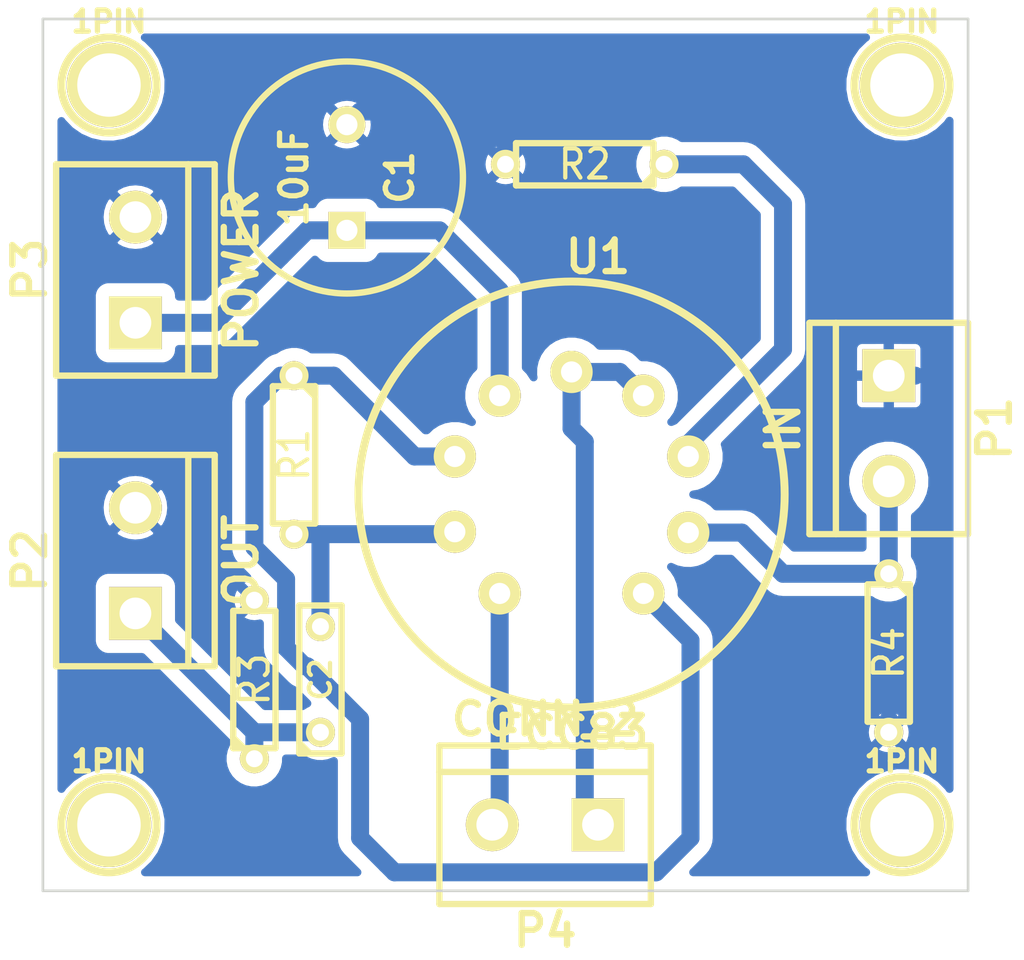
<source format=kicad_pcb>
(kicad_pcb (version 4) (host pcbnew "(2014-07-02 BZR 4969)-product")

  (general
    (links 20)
    (no_connects 0)
    (area 123.761499 90.741499 168.338501 132.778501)
    (thickness 1.6002)
    (drawings 4)
    (tracks 57)
    (zones 0)
    (modules 15)
    (nets 10)
  )

  (page A4)
  (layers
    (0 Composant signal)
    (31 Cuivre signal)
    (34 B.Paste user)
    (35 F.Paste user)
    (36 B.SilkS user)
    (37 F.SilkS user)
    (38 B.Mask user)
    (39 F.Mask user)
    (40 Dwgs.User user)
    (41 Cmts.User user)
    (42 Eco1.User user)
    (43 Eco2.User user)
    (44 Edge.Cuts user)
  )

  (setup
    (last_trace_width 0.8636)
    (trace_clearance 0.381)
    (zone_clearance 0.635)
    (zone_45_only no)
    (trace_min 0.254)
    (segment_width 0.381)
    (edge_width 0.381)
    (via_size 0.889)
    (via_drill 0.635)
    (via_min_size 0.889)
    (via_min_drill 0.508)
    (uvia_size 0.508)
    (uvia_drill 0.127)
    (uvias_allowed no)
    (uvia_min_size 0.508)
    (uvia_min_drill 0.127)
    (pcb_text_width 0.3048)
    (pcb_text_size 1.524 2.032)
    (mod_edge_width 0.381)
    (mod_text_size 1.524 1.524)
    (mod_text_width 0.3048)
    (pad_size 2.794 1.397)
    (pad_drill 1.9304)
    (pad_to_mask_clearance 0.254)
    (aux_axis_origin 0 0)
    (visible_elements 7FFFFFFF)
    (pcbplotparams
      (layerselection 0x000f0_80000001)
      (usegerberextensions false)
      (usegerberattributes true)
      (excludeedgelayer true)
      (linewidth 0.150000)
      (plotframeref false)
      (viasonmask false)
      (mode 1)
      (useauxorigin false)
      (hpglpennumber 1)
      (hpglpenspeed 20)
      (hpglpendiameter 15)
      (hpglpenoverlay 2)
      (psnegative false)
      (psa4output false)
      (plotreference true)
      (plotvalue true)
      (plotinvisibletext false)
      (padsonsilk false)
      (subtractmaskfromsilk false)
      (outputformat 1)
      (mirror false)
      (drillshape 0)
      (scaleselection 1)
      (outputdirectory ""))
  )

  (net 0 "")
  (net 1 GND)
  (net 2 "Net-(C1-Pad1)")
  (net 3 "Net-(C2-Pad1)")
  (net 4 "Net-(C2-Pad2)")
  (net 5 "Net-(P1-Pad2)")
  (net 6 "Net-(P4-Pad1)")
  (net 7 "Net-(P4-Pad2)")
  (net 8 "Net-(R1-Pad1)")
  (net 9 "Net-(R2-Pad1)")

  (net_class Default "Ceci est la Netclass par défaut"
    (clearance 0.381)
    (trace_width 0.8636)
    (via_dia 0.889)
    (via_drill 0.635)
    (uvia_dia 0.508)
    (uvia_drill 0.127)
    (add_net GND)
    (add_net N-000007)
    (add_net "Net-(C1-Pad1)")
    (add_net "Net-(C2-Pad1)")
    (add_net "Net-(C2-Pad2)")
    (add_net "Net-(P1-Pad2)")
    (add_net "Net-(P4-Pad1)")
    (add_net "Net-(P4-Pad2)")
    (add_net "Net-(R1-Pad1)")
    (add_net "Net-(R2-Pad1)")
  )

  (module 1pin (layer Composant) (tedit 200000) (tstamp 454CC09B)
    (at 127 129.54)
    (descr "module 1 pin (ou trou mecanique de percage)")
    (tags DEV)
    (path 1pin)
    (fp_text reference 1PIN (at 0 -3.048) (layer F.SilkS)
      (effects (font (size 1.016 1.016) (thickness 0.254)))
    )
    (fp_text value P*** (at 0 2.794) (layer F.SilkS) hide
      (effects (font (size 1.016 1.016) (thickness 0.254)))
    )
    (fp_circle (center 0 0) (end 0 -2.286) (layer F.SilkS) (width 0.381))
    (pad 1 thru_hole circle (at 0 0) (size 4.064 4.064) (drill 3.048) (layers *.Cu *.Mask F.SilkS))
  )

  (module 1pin (layer Composant) (tedit 200000) (tstamp 454CC096)
    (at 165.1 129.54)
    (descr "module 1 pin (ou trou mecanique de percage)")
    (tags DEV)
    (path 1pin)
    (fp_text reference 1PIN (at 0 -3.048) (layer F.SilkS)
      (effects (font (size 1.016 1.016) (thickness 0.254)))
    )
    (fp_text value P*** (at 0 2.794) (layer F.SilkS) hide
      (effects (font (size 1.016 1.016) (thickness 0.254)))
    )
    (fp_circle (center 0 0) (end 0 -2.286) (layer F.SilkS) (width 0.381))
    (pad 1 thru_hole circle (at 0 0) (size 4.064 4.064) (drill 3.048) (layers *.Cu *.Mask F.SilkS))
  )

  (module 1pin (layer Composant) (tedit 200000) (tstamp 454CC090)
    (at 165.1 93.98)
    (descr "module 1 pin (ou trou mecanique de percage)")
    (tags DEV)
    (path 1pin)
    (fp_text reference 1PIN (at 0 -3.048) (layer F.SilkS)
      (effects (font (size 1.016 1.016) (thickness 0.254)))
    )
    (fp_text value P*** (at 0 2.794) (layer F.SilkS) hide
      (effects (font (size 1.016 1.016) (thickness 0.254)))
    )
    (fp_circle (center 0 0) (end 0 -2.286) (layer F.SilkS) (width 0.381))
    (pad 1 thru_hole circle (at 0 0) (size 4.064 4.064) (drill 3.048) (layers *.Cu *.Mask F.SilkS))
  )

  (module 1pin (layer Composant) (tedit 200000) (tstamp 454CC08A)
    (at 127 93.98)
    (descr "module 1 pin (ou trou mecanique de percage)")
    (tags DEV)
    (path 1pin)
    (fp_text reference 1PIN (at 0 -3.048) (layer F.SilkS)
      (effects (font (size 1.016 1.016) (thickness 0.254)))
    )
    (fp_text value P*** (at 0 2.794) (layer F.SilkS) hide
      (effects (font (size 1.016 1.016) (thickness 0.254)))
    )
    (fp_circle (center 0 0) (end 0 -2.286) (layer F.SilkS) (width 0.381))
    (pad 1 thru_hole circle (at 0 0) (size 4.064 4.064) (drill 3.048) (layers *.Cu *.Mask F.SilkS))
  )

  (module ECC-83-1 (layer Composant) (tedit 454CBC05) (tstamp 48B4F266)
    (at 149.225 113.665)
    (path /48B4F266)
    (fp_text reference U1 (at 1.27 -11.43) (layer F.SilkS)
      (effects (font (thickness 0.3048)))
    )
    (fp_text value ECC83 (at 0 11.43) (layer F.SilkS)
      (effects (font (thickness 0.3048)))
    )
    (fp_circle (center 0 0) (end 10.16 1.27) (layer F.SilkS) (width 0.381))
    (pad 1 thru_hole circle (at 3.4544 4.75488) (size 2.032 2.032) (drill 1.016) (layers *.Cu *.Mask F.SilkS)
      (net 8 "Net-(R1-Pad1)"))
    (pad 2 thru_hole circle (at 5.60832 1.8288) (size 2.032 2.032) (drill 1.016) (layers *.Cu *.Mask F.SilkS)
      (net 5 "Net-(P1-Pad2)"))
    (pad 3 thru_hole circle (at 5.60832 -1.8288) (size 2.032 2.032) (drill 1.016) (layers *.Cu *.Mask F.SilkS)
      (net 9 "Net-(R2-Pad1)"))
    (pad 4 thru_hole circle (at 3.4544 -4.75488) (size 2.032 2.032) (drill 1.016) (layers *.Cu *.Mask F.SilkS)
      (net 6 "Net-(P4-Pad1)"))
    (pad 5 thru_hole circle (at 0 -5.8928) (size 2.032 2.032) (drill 1.016) (layers *.Cu *.Mask F.SilkS)
      (net 6 "Net-(P4-Pad1)"))
    (pad 6 thru_hole circle (at -3.4544 -4.75488) (size 2.032 2.032) (drill 1.016) (layers *.Cu *.Mask F.SilkS)
      (net 2 "Net-(C1-Pad1)"))
    (pad 7 thru_hole circle (at -5.60832 -1.8288) (size 2.032 2.032) (drill 1.016) (layers *.Cu *.Mask F.SilkS)
      (net 8 "Net-(R1-Pad1)"))
    (pad 8 thru_hole circle (at -5.60832 1.78816) (size 2.032 2.032) (drill 1.016) (layers *.Cu *.Mask F.SilkS)
      (net 4 "Net-(C2-Pad2)"))
    (pad 9 thru_hole circle (at -3.4544 4.75488) (size 2.032 2.032) (drill 1.016) (layers *.Cu *.Mask F.SilkS)
      (net 7 "Net-(P4-Pad2)"))
    (model valves/ecc83.wrl
      (at (xyz 0 0 0))
      (scale (xyz 1 1 1))
      (rotate (xyz 0 0 0))
    )
  )

  (module R3 (layer Composant) (tedit 200000) (tstamp 4549F39D)
    (at 149.86 97.79 180)
    (descr "Resitance 3 pas")
    (tags R)
    (path /4549F39D)
    (autoplace_cost180 10)
    (fp_text reference R2 (at 0 0 180) (layer F.SilkS)
      (effects (font (size 1.397 1.27) (thickness 0.2032)))
    )
    (fp_text value 1.5K (at 0 0 180) (layer F.SilkS) hide
      (effects (font (size 1.397 1.27) (thickness 0.2032)))
    )
    (fp_line (start -3.81 0) (end -3.302 0) (layer F.SilkS) (width 0.3048))
    (fp_line (start 3.81 0) (end 3.302 0) (layer F.SilkS) (width 0.3048))
    (fp_line (start 3.302 0) (end 3.302 -1.016) (layer F.SilkS) (width 0.3048))
    (fp_line (start 3.302 -1.016) (end -3.302 -1.016) (layer F.SilkS) (width 0.3048))
    (fp_line (start -3.302 -1.016) (end -3.302 1.016) (layer F.SilkS) (width 0.3048))
    (fp_line (start -3.302 1.016) (end 3.302 1.016) (layer F.SilkS) (width 0.3048))
    (fp_line (start 3.302 1.016) (end 3.302 0) (layer F.SilkS) (width 0.3048))
    (fp_line (start -3.302 -0.508) (end -2.794 -1.016) (layer F.SilkS) (width 0.3048))
    (pad 1 thru_hole circle (at -3.81 0 180) (size 1.397 1.397) (drill 0.8128) (layers *.Cu *.Mask F.SilkS)
      (net 9 "Net-(R2-Pad1)"))
    (pad 2 thru_hole circle (at 3.81 0 180) (size 1.397 1.397) (drill 0.8128) (layers *.Cu *.Mask F.SilkS)
      (net 1 GND))
    (model discret/resistor.wrl
      (at (xyz 0 0 0))
      (scale (xyz 0.3 0.3 0.3))
      (rotate (xyz 0 0 0))
    )
  )

  (module R3 (layer Composant) (tedit 200000) (tstamp 4549F3A2)
    (at 164.465 121.285 270)
    (descr "Resitance 3 pas")
    (tags R)
    (path /4549F3A2)
    (autoplace_cost180 10)
    (fp_text reference R4 (at 0 0 270) (layer F.SilkS)
      (effects (font (size 1.397 1.27) (thickness 0.2032)))
    )
    (fp_text value 47K (at 0 0 270) (layer F.SilkS) hide
      (effects (font (size 1.397 1.27) (thickness 0.2032)))
    )
    (fp_line (start -3.81 0) (end -3.302 0) (layer F.SilkS) (width 0.3048))
    (fp_line (start 3.81 0) (end 3.302 0) (layer F.SilkS) (width 0.3048))
    (fp_line (start 3.302 0) (end 3.302 -1.016) (layer F.SilkS) (width 0.3048))
    (fp_line (start 3.302 -1.016) (end -3.302 -1.016) (layer F.SilkS) (width 0.3048))
    (fp_line (start -3.302 -1.016) (end -3.302 1.016) (layer F.SilkS) (width 0.3048))
    (fp_line (start -3.302 1.016) (end 3.302 1.016) (layer F.SilkS) (width 0.3048))
    (fp_line (start 3.302 1.016) (end 3.302 0) (layer F.SilkS) (width 0.3048))
    (fp_line (start -3.302 -0.508) (end -2.794 -1.016) (layer F.SilkS) (width 0.3048))
    (pad 1 thru_hole circle (at -3.81 0 270) (size 1.397 1.397) (drill 0.8128) (layers *.Cu *.Mask F.SilkS)
      (net 5 "Net-(P1-Pad2)"))
    (pad 2 thru_hole circle (at 3.81 0 270) (size 1.397 1.397) (drill 0.8128) (layers *.Cu *.Mask F.SilkS)
      (net 1 GND))
    (model discret/resistor.wrl
      (at (xyz 0 0 0))
      (scale (xyz 0.3 0.3 0.3))
      (rotate (xyz 0 0 0))
    )
  )

  (module R3 (layer Composant) (tedit 200000) (tstamp 4549F3AD)
    (at 133.985 122.555 90)
    (descr "Resitance 3 pas")
    (tags R)
    (path /4549F3AD)
    (autoplace_cost180 10)
    (fp_text reference R3 (at 0 0 90) (layer F.SilkS)
      (effects (font (size 1.397 1.27) (thickness 0.2032)))
    )
    (fp_text value 100K (at 0 0 90) (layer F.SilkS) hide
      (effects (font (size 1.397 1.27) (thickness 0.2032)))
    )
    (fp_line (start -3.81 0) (end -3.302 0) (layer F.SilkS) (width 0.3048))
    (fp_line (start 3.81 0) (end 3.302 0) (layer F.SilkS) (width 0.3048))
    (fp_line (start 3.302 0) (end 3.302 -1.016) (layer F.SilkS) (width 0.3048))
    (fp_line (start 3.302 -1.016) (end -3.302 -1.016) (layer F.SilkS) (width 0.3048))
    (fp_line (start -3.302 -1.016) (end -3.302 1.016) (layer F.SilkS) (width 0.3048))
    (fp_line (start -3.302 1.016) (end 3.302 1.016) (layer F.SilkS) (width 0.3048))
    (fp_line (start 3.302 1.016) (end 3.302 0) (layer F.SilkS) (width 0.3048))
    (fp_line (start -3.302 -0.508) (end -2.794 -1.016) (layer F.SilkS) (width 0.3048))
    (pad 1 thru_hole circle (at -3.81 0 90) (size 1.397 1.397) (drill 0.8128) (layers *.Cu *.Mask F.SilkS)
      (net 3 "Net-(C2-Pad1)"))
    (pad 2 thru_hole circle (at 3.81 0 90) (size 1.397 1.397) (drill 0.8128) (layers *.Cu *.Mask F.SilkS)
      (net 1 GND))
    (model discret/resistor.wrl
      (at (xyz 0 0 0))
      (scale (xyz 0.3 0.3 0.3))
      (rotate (xyz 0 0 0))
    )
  )

  (module R3 (layer Composant) (tedit 200000) (tstamp 4549F38A)
    (at 135.89 111.76 270)
    (descr "Resitance 3 pas")
    (tags R)
    (path /4549F38A)
    (autoplace_cost180 10)
    (fp_text reference R1 (at 0 0 270) (layer F.SilkS)
      (effects (font (size 1.397 1.27) (thickness 0.2032)))
    )
    (fp_text value 1.5K (at 0 0 270) (layer F.SilkS) hide
      (effects (font (size 1.397 1.27) (thickness 0.2032)))
    )
    (fp_line (start -3.81 0) (end -3.302 0) (layer F.SilkS) (width 0.3048))
    (fp_line (start 3.81 0) (end 3.302 0) (layer F.SilkS) (width 0.3048))
    (fp_line (start 3.302 0) (end 3.302 -1.016) (layer F.SilkS) (width 0.3048))
    (fp_line (start 3.302 -1.016) (end -3.302 -1.016) (layer F.SilkS) (width 0.3048))
    (fp_line (start -3.302 -1.016) (end -3.302 1.016) (layer F.SilkS) (width 0.3048))
    (fp_line (start -3.302 1.016) (end 3.302 1.016) (layer F.SilkS) (width 0.3048))
    (fp_line (start 3.302 1.016) (end 3.302 0) (layer F.SilkS) (width 0.3048))
    (fp_line (start -3.302 -0.508) (end -2.794 -1.016) (layer F.SilkS) (width 0.3048))
    (pad 1 thru_hole circle (at -3.81 0 270) (size 1.397 1.397) (drill 0.8128) (layers *.Cu *.Mask F.SilkS)
      (net 8 "Net-(R1-Pad1)"))
    (pad 2 thru_hole circle (at 3.81 0 270) (size 1.397 1.397) (drill 0.8128) (layers *.Cu *.Mask F.SilkS)
      (net 4 "Net-(C2-Pad2)"))
    (model discret/resistor.wrl
      (at (xyz 0 0 0))
      (scale (xyz 0.3 0.3 0.3))
      (rotate (xyz 0 0 0))
    )
  )

  (module C2V10 (layer Composant) (tedit 41854742) (tstamp 4549F4BE)
    (at 138.43 98.425 90)
    (descr "Condensateur polarise")
    (tags CP)
    (path /4549F4BE)
    (fp_text reference C1 (at 0 2.54 90) (layer F.SilkS)
      (effects (font (size 1.27 1.27) (thickness 0.254)))
    )
    (fp_text value 10uF (at 0 -2.54 90) (layer F.SilkS)
      (effects (font (size 1.27 1.27) (thickness 0.254)))
    )
    (fp_circle (center 0 0) (end 4.826 -2.794) (layer F.SilkS) (width 0.3048))
    (pad 1 thru_hole rect (at -2.54 0 90) (size 1.778 1.778) (drill 1.016) (layers *.Cu *.Mask F.SilkS)
      (net 2 "Net-(C1-Pad1)"))
    (pad 2 thru_hole circle (at 2.54 0 90) (size 1.778 1.778) (drill 1.016) (layers *.Cu *.Mask F.SilkS)
      (net 1 GND))
    (model discret/c_vert_c2v10.wrl
      (at (xyz 0 0 0))
      (scale (xyz 1 1 1))
      (rotate (xyz 0 0 0))
    )
  )

  (module C2 (layer Composant) (tedit 200000) (tstamp 4549F3BE)
    (at 137.16 122.555 90)
    (descr "Condensateur = 2 pas")
    (tags C)
    (path /4549F3BE)
    (fp_text reference C2 (at 0 0 90) (layer F.SilkS)
      (effects (font (size 1.016 1.016) (thickness 0.2032)))
    )
    (fp_text value 680nF (at 0 0 90) (layer F.SilkS) hide
      (effects (font (size 1.016 1.016) (thickness 0.2032)))
    )
    (fp_line (start -3.556 -1.016) (end 3.556 -1.016) (layer F.SilkS) (width 0.3048))
    (fp_line (start 3.556 -1.016) (end 3.556 1.016) (layer F.SilkS) (width 0.3048))
    (fp_line (start 3.556 1.016) (end -3.556 1.016) (layer F.SilkS) (width 0.3048))
    (fp_line (start -3.556 1.016) (end -3.556 -1.016) (layer F.SilkS) (width 0.3048))
    (fp_line (start -3.556 -0.508) (end -3.048 -1.016) (layer F.SilkS) (width 0.3048))
    (pad 1 thru_hole circle (at -2.54 0 90) (size 1.397 1.397) (drill 0.8128) (layers *.Cu *.Mask F.SilkS)
      (net 3 "Net-(C2-Pad1)"))
    (pad 2 thru_hole circle (at 2.54 0 90) (size 1.397 1.397) (drill 0.8128) (layers *.Cu *.Mask F.SilkS)
      (net 4 "Net-(C2-Pad2)"))
    (model discret/capa_2pas_5x5mm.wrl
      (at (xyz 0 0 0))
      (scale (xyz 1 1 1))
      (rotate (xyz 0 0 0))
    )
  )

  (module bornier2 (layer Composant) (tedit 3EC0ED69) (tstamp 4549F4A5)
    (at 128.27 102.87 90)
    (descr "Bornier d'alimentation 2 pins")
    (tags DEV)
    (path /4549F4A5)
    (fp_text reference P3 (at 0 -5.08 90) (layer F.SilkS)
      (effects (font (thickness 0.3048)))
    )
    (fp_text value POWER (at 0 5.08 90) (layer F.SilkS)
      (effects (font (thickness 0.3048)))
    )
    (fp_line (start 5.08 2.54) (end -5.08 2.54) (layer F.SilkS) (width 0.3048))
    (fp_line (start 5.08 3.81) (end 5.08 -3.81) (layer F.SilkS) (width 0.3048))
    (fp_line (start 5.08 -3.81) (end -5.08 -3.81) (layer F.SilkS) (width 0.3048))
    (fp_line (start -5.08 -3.81) (end -5.08 3.81) (layer F.SilkS) (width 0.3048))
    (fp_line (start -5.08 3.81) (end 5.08 3.81) (layer F.SilkS) (width 0.3048))
    (pad 1 thru_hole rect (at -2.54 0 90) (size 2.54 2.54) (drill 1.524) (layers *.Cu *.Mask F.SilkS)
      (net 2 "Net-(C1-Pad1)"))
    (pad 2 thru_hole circle (at 2.54 0 90) (size 2.54 2.54) (drill 1.524) (layers *.Cu *.Mask F.SilkS)
      (net 1 GND))
    (model device/bornier_2.wrl
      (at (xyz 0 0 0))
      (scale (xyz 1 1 1))
      (rotate (xyz 0 0 0))
    )
  )

  (module bornier2 (layer Composant) (tedit 3EC0ED69) (tstamp 4549F464)
    (at 164.465 110.49 270)
    (descr "Bornier d'alimentation 2 pins")
    (tags DEV)
    (path /4549F464)
    (fp_text reference P1 (at 0 -5.08 270) (layer F.SilkS)
      (effects (font (thickness 0.3048)))
    )
    (fp_text value IN (at 0 5.08 270) (layer F.SilkS)
      (effects (font (thickness 0.3048)))
    )
    (fp_line (start 5.08 2.54) (end -5.08 2.54) (layer F.SilkS) (width 0.3048))
    (fp_line (start 5.08 3.81) (end 5.08 -3.81) (layer F.SilkS) (width 0.3048))
    (fp_line (start 5.08 -3.81) (end -5.08 -3.81) (layer F.SilkS) (width 0.3048))
    (fp_line (start -5.08 -3.81) (end -5.08 3.81) (layer F.SilkS) (width 0.3048))
    (fp_line (start -5.08 3.81) (end 5.08 3.81) (layer F.SilkS) (width 0.3048))
    (pad 1 thru_hole rect (at -2.54 0 270) (size 2.54 2.54) (drill 1.524) (layers *.Cu *.Mask F.SilkS)
      (net 1 GND))
    (pad 2 thru_hole circle (at 2.54 0 270) (size 2.54 2.54) (drill 1.524) (layers *.Cu *.Mask F.SilkS)
      (net 5 "Net-(P1-Pad2)"))
    (model device/bornier_2.wrl
      (at (xyz 0 0 0))
      (scale (xyz 1 1 1))
      (rotate (xyz 0 0 0))
    )
  )

  (module bornier2 (layer Composant) (tedit 3EC0ED69) (tstamp 4549F46C)
    (at 128.27 116.84 90)
    (descr "Bornier d'alimentation 2 pins")
    (tags DEV)
    (path /4549F46C)
    (fp_text reference P2 (at 0 -5.08 90) (layer F.SilkS)
      (effects (font (thickness 0.3048)))
    )
    (fp_text value OUT (at 0 5.08 90) (layer F.SilkS)
      (effects (font (thickness 0.3048)))
    )
    (fp_line (start 5.08 2.54) (end -5.08 2.54) (layer F.SilkS) (width 0.3048))
    (fp_line (start 5.08 3.81) (end 5.08 -3.81) (layer F.SilkS) (width 0.3048))
    (fp_line (start 5.08 -3.81) (end -5.08 -3.81) (layer F.SilkS) (width 0.3048))
    (fp_line (start -5.08 -3.81) (end -5.08 3.81) (layer F.SilkS) (width 0.3048))
    (fp_line (start -5.08 3.81) (end 5.08 3.81) (layer F.SilkS) (width 0.3048))
    (pad 1 thru_hole rect (at -2.54 0 90) (size 2.54 2.54) (drill 1.524) (layers *.Cu *.Mask F.SilkS)
      (net 3 "Net-(C2-Pad1)"))
    (pad 2 thru_hole circle (at 2.54 0 90) (size 2.54 2.54) (drill 1.524) (layers *.Cu *.Mask F.SilkS)
      (net 1 GND))
    (model device/bornier_2.wrl
      (at (xyz 0 0 0))
      (scale (xyz 1 1 1))
      (rotate (xyz 0 0 0))
    )
  )

  (module bornier2 (layer Composant) (tedit 3EC0ED69) (tstamp 456A8ACC)
    (at 147.955 129.54 180)
    (descr "Bornier d'alimentation 2 pins")
    (tags DEV)
    (path /456A8ACC)
    (fp_text reference P4 (at 0 -5.08 180) (layer F.SilkS)
      (effects (font (thickness 0.3048)))
    )
    (fp_text value CONN_2 (at 0 5.08 180) (layer F.SilkS)
      (effects (font (thickness 0.3048)))
    )
    (fp_line (start 5.08 2.54) (end -5.08 2.54) (layer F.SilkS) (width 0.3048))
    (fp_line (start 5.08 3.81) (end 5.08 -3.81) (layer F.SilkS) (width 0.3048))
    (fp_line (start 5.08 -3.81) (end -5.08 -3.81) (layer F.SilkS) (width 0.3048))
    (fp_line (start -5.08 -3.81) (end -5.08 3.81) (layer F.SilkS) (width 0.3048))
    (fp_line (start -5.08 3.81) (end 5.08 3.81) (layer F.SilkS) (width 0.3048))
    (pad 1 thru_hole rect (at -2.54 0 180) (size 2.54 2.54) (drill 1.524) (layers *.Cu *.Mask F.SilkS)
      (net 6 "Net-(P4-Pad1)"))
    (pad 2 thru_hole circle (at 2.54 0 180) (size 2.54 2.54) (drill 1.524) (layers *.Cu *.Mask F.SilkS)
      (net 7 "Net-(P4-Pad2)"))
    (model device/bornier_2.wrl
      (at (xyz 0 0 0))
      (scale (xyz 1 1 1))
      (rotate (xyz 0 0 0))
    )
  )

  (gr_line (start 123.825 132.715) (end 168.275 132.715) (angle 90) (layer Edge.Cuts) (width 0.127))
  (gr_line (start 168.275 90.805) (end 123.825 90.805) (angle 90) (layer Edge.Cuts) (width 0.127))
  (gr_line (start 168.275 90.805) (end 168.275 132.715) (angle 90) (layer Edge.Cuts) (width 0.127))
  (gr_line (start 123.825 90.805) (end 123.825 132.715) (angle 90) (layer Edge.Cuts) (width 0.127))

  (segment (start 142.24 95.25) (end 146.05 95.25) (width 0.8636) (layer Cuivre) (net 1))
  (segment (start 164.465 125.095) (end 164.465 124.46) (width 0.8636) (layer Cuivre) (net 1) (status 800))
  (segment (start 146.05 97.79) (end 146.05 95.25) (width 0.8636) (layer Cuivre) (net 1))
  (segment (start 139.065 95.25) (end 142.24 95.25) (width 0.8636) (layer Cuivre) (net 1))
  (segment (start 138.43 95.885) (end 139.065 95.25) (width 0.8636) (layer Cuivre) (net 1) (status 800))
  (segment (start 164.465 107.95) (end 165.735 107.95) (width 0.8636) (layer Cuivre) (net 1) (status 800))
  (segment (start 136.525 100.965) (end 135.255 102.235) (width 0.8636) (layer Cuivre) (net 2))
  (segment (start 138.43 100.965) (end 136.525 100.965) (width 0.8636) (layer Cuivre) (net 2) (status 800))
  (segment (start 145.7706 103.8606) (end 142.875 100.965) (width 0.8636) (layer Cuivre) (net 2))
  (segment (start 142.875 100.965) (end 138.43 100.965) (width 0.8636) (layer Cuivre) (net 2) (status 400))
  (segment (start 145.7706 108.91012) (end 145.7706 103.8606) (width 0.8636) (layer Cuivre) (net 2) (status 800))
  (segment (start 132.08 105.41) (end 135.255 102.235) (width 0.8636) (layer Cuivre) (net 2))
  (segment (start 128.27 105.41) (end 132.08 105.41) (width 0.8636) (layer Cuivre) (net 2) (status 800))
  (segment (start 137.16 125.095) (end 133.985 125.095) (width 0.8636) (layer Cuivre) (net 3))
  (segment (start 133.985 126.365) (end 133.985 125.095) (width 0.8636) (layer Cuivre) (net 3))
  (segment (start 133.985 125.095) (end 128.27 119.38) (width 0.8636) (layer Cuivre) (net 3))
  (segment (start 137.16 120.015) (end 137.16 115.57) (width 0.8636) (layer Cuivre) (net 4))
  (segment (start 135.89 115.57) (end 137.16 115.57) (width 0.8636) (layer Cuivre) (net 4))
  (segment (start 137.16 115.57) (end 143.49984 115.57) (width 0.8636) (layer Cuivre) (net 4))
  (segment (start 143.49984 115.57) (end 143.61668 115.45316) (width 0.8636) (layer Cuivre) (net 4))
  (segment (start 159.385 117.475) (end 164.465 117.475) (width 0.8636) (layer Cuivre) (net 5) (status 400))
  (segment (start 154.83332 115.4938) (end 157.4038 115.4938) (width 0.8636) (layer Cuivre) (net 5) (status 800))
  (segment (start 164.465 117.475) (end 164.465 113.03) (width 0.8636) (layer Cuivre) (net 5) (status C00))
  (segment (start 157.4038 115.4938) (end 159.385 117.475) (width 0.8636) (layer Cuivre) (net 5))
  (segment (start 149.86 128.905) (end 150.495 129.54) (width 0.8636) (layer Cuivre) (net 6) (status 400))
  (segment (start 149.86 111.125) (end 149.86 128.905) (width 0.8636) (layer Cuivre) (net 6))
  (segment (start 149.225 110.49) (end 149.86 111.125) (width 0.8636) (layer Cuivre) (net 6))
  (segment (start 149.225 107.7722) (end 151.54148 107.7722) (width 0.8636) (layer Cuivre) (net 6) (status 800))
  (segment (start 151.54148 107.7722) (end 152.6794 108.91012) (width 0.8636) (layer Cuivre) (net 6) (status 400))
  (segment (start 149.225 107.7722) (end 149.225 110.49) (width 0.8636) (layer Cuivre) (net 6) (status 800))
  (segment (start 145.7706 129.1844) (end 145.415 129.54) (width 0.8636) (layer Cuivre) (net 7) (status 400))
  (segment (start 145.7706 118.41988) (end 145.7706 129.1844) (width 0.8636) (layer Cuivre) (net 7) (status 800))
  (segment (start 153.289 131.826) (end 154.94 130.175) (width 0.8636) (layer Cuivre) (net 8))
  (segment (start 140.716 131.826) (end 153.289 131.826) (width 0.8636) (layer Cuivre) (net 8))
  (segment (start 143.61668 111.8362) (end 141.6812 111.8362) (width 0.8636) (layer Cuivre) (net 8) (status 800))
  (segment (start 141.6812 111.8362) (end 137.795 107.95) (width 0.8636) (layer Cuivre) (net 8))
  (segment (start 154.94 121.31548) (end 154.94 120.68048) (width 0.8636) (layer Cuivre) (net 8))
  (segment (start 154.94 120.68048) (end 152.6794 118.41988) (width 0.8636) (layer Cuivre) (net 8) (status 400))
  (segment (start 136.398 121.92) (end 135.509 121.031) (width 0.8636) (layer Cuivre) (net 8))
  (segment (start 135.509 121.031) (end 135.509 117.729) (width 0.8636) (layer Cuivre) (net 8))
  (segment (start 135.509 117.729) (end 133.985 116.205) (width 0.8636) (layer Cuivre) (net 8))
  (segment (start 136.525 121.92) (end 136.398 121.92) (width 0.8636) (layer Cuivre) (net 8))
  (segment (start 136.525 121.92) (end 139.065 124.46) (width 0.8636) (layer Cuivre) (net 8))
  (segment (start 139.065 124.46) (end 139.065 130.175) (width 0.8636) (layer Cuivre) (net 8))
  (segment (start 139.065 130.175) (end 140.335 131.445) (width 0.8636) (layer Cuivre) (net 8))
  (segment (start 135.89 107.95) (end 135.255 107.95) (width 0.8636) (layer Cuivre) (net 8) (status 800))
  (segment (start 133.985 109.22) (end 133.985 116.205) (width 0.8636) (layer Cuivre) (net 8))
  (segment (start 135.255 107.95) (end 133.985 109.22) (width 0.8636) (layer Cuivre) (net 8))
  (segment (start 135.89 107.95) (end 137.795 107.95) (width 0.8636) (layer Cuivre) (net 8) (status 800))
  (segment (start 140.335 131.445) (end 140.716 131.826) (width 0.8636) (layer Cuivre) (net 8))
  (segment (start 154.94 121.31548) (end 154.94 121.31548) (width 0.8636) (layer Cuivre) (net 8))
  (segment (start 154.94 130.175) (end 154.94 121.31548) (width 0.8636) (layer Cuivre) (net 8))
  (segment (start 154.83332 111.8362) (end 154.83332 111.23168) (width 0.8636) (layer Cuivre) (net 9) (status 800))
  (segment (start 159.385 106.68) (end 159.385 99.695) (width 0.8636) (layer Cuivre) (net 9))
  (segment (start 154.83332 111.23168) (end 159.385 106.68) (width 0.8636) (layer Cuivre) (net 9))
  (segment (start 157.48 97.79) (end 159.385 99.695) (width 0.8636) (layer Cuivre) (net 9))
  (segment (start 153.67 97.79) (end 157.48 97.79) (width 0.8636) (layer Cuivre) (net 9) (status 800))

  (zone (net 1) (net_name GND) (layer Cuivre) (tstamp 4EED97A2) (hatch edge 0.508)
    (connect_pads (clearance 0.635))
    (min_thickness 0.381)
    (fill (arc_segments 32) (thermal_gap 0.254) (thermal_bridge_width 0.50038))
    (polygon
      (pts
        (xy 167.64 132.08) (xy 167.64 91.44) (xy 124.46 91.44) (xy 124.46 132.08)
      )
    )
    (filled_polygon
      (pts
        (xy 167.386 127.81788) (xy 167.32504 127.72644) (xy 166.93134 127.32766) (xy 166.46652 127.01524) (xy 165.9509 126.7968)
        (xy 165.61562 126.72822) (xy 165.61562 125.08738) (xy 165.59022 124.86386) (xy 165.52418 124.6505) (xy 165.42512 124.46762)
        (xy 165.2397 124.40412) (xy 165.15588 124.48794) (xy 165.15588 124.3203) (xy 165.09238 124.13488) (xy 164.89426 124.03074)
        (xy 164.6809 123.96724) (xy 164.45738 123.94438) (xy 164.23386 123.96978) (xy 164.0205 124.03582) (xy 163.83762 124.13488)
        (xy 163.77412 124.3203) (xy 164.465 125.01118) (xy 165.15588 124.3203) (xy 165.15588 124.48794) (xy 164.54882 125.095)
        (xy 165.2397 125.78588) (xy 165.42512 125.72238) (xy 165.52926 125.52426) (xy 165.59276 125.3109) (xy 165.61562 125.08738)
        (xy 165.61562 126.72822) (xy 165.39972 126.68504) (xy 165.15588 126.6825) (xy 165.15588 125.8697) (xy 164.465 125.17882)
        (xy 164.38118 125.26264) (xy 164.38118 125.095) (xy 163.6903 124.40412) (xy 163.50488 124.46762) (xy 163.40074 124.66574)
        (xy 163.33724 124.8791) (xy 163.31438 125.10262) (xy 163.33978 125.32614) (xy 163.40582 125.5395) (xy 163.50488 125.72238)
        (xy 163.6903 125.78588) (xy 164.38118 125.095) (xy 164.38118 125.26264) (xy 163.77412 125.8697) (xy 163.83762 126.05512)
        (xy 164.03574 126.15926) (xy 164.2491 126.22276) (xy 164.47262 126.24562) (xy 164.69614 126.22022) (xy 164.9095 126.15418)
        (xy 165.09238 126.05512) (xy 165.15588 125.8697) (xy 165.15588 126.6825) (xy 164.84092 126.67996) (xy 164.28974 126.78664)
        (xy 163.77158 126.99492) (xy 163.30168 127.30226) (xy 162.90036 127.69342) (xy 162.5854 128.1557) (xy 162.36442 128.67132)
        (xy 162.24758 129.21996) (xy 162.23996 129.77876) (xy 162.33902 130.32994) (xy 162.54476 130.85064) (xy 162.84956 131.32308)
        (xy 163.23818 131.72694) (xy 163.38042 131.826) (xy 155.067 131.826) (xy 155.81884 131.07416) (xy 155.829 131.064)
        (xy 155.92806 130.94208) (xy 155.97632 130.8862) (xy 155.97632 130.88112) (xy 155.98394 130.87604) (xy 156.04236 130.76428)
        (xy 156.0957 130.6703) (xy 156.0957 130.66014) (xy 156.10078 130.6576) (xy 156.12872 130.55854) (xy 156.16936 130.43662)
        (xy 156.16936 130.429) (xy 156.1719 130.42392) (xy 156.18206 130.31978) (xy 156.1973 130.19278) (xy 156.1973 130.18008)
        (xy 156.1973 130.175) (xy 156.1973 121.33326) (xy 156.1973 121.3231) (xy 156.1973 121.31548) (xy 156.1973 120.69318)
        (xy 156.1973 120.68048) (xy 156.17444 120.44934) (xy 156.17444 120.43664) (xy 156.10586 120.21312) (xy 156.10332 120.20042)
        (xy 156.02966 120.0658) (xy 155.9941 119.99468) (xy 155.98648 119.98452) (xy 155.97124 119.96674) (xy 155.8417 119.80164)
        (xy 155.83154 119.79402) (xy 155.829 119.79148) (xy 154.51582 118.4783) (xy 154.5209 118.23954) (xy 154.44978 117.88648)
        (xy 154.31262 117.5512) (xy 154.1145 117.25148) (xy 154.00274 117.13972) (xy 154.26182 117.25402) (xy 154.61488 117.33022)
        (xy 154.97556 117.33784) (xy 155.33116 117.27688) (xy 155.66644 117.1448) (xy 155.97124 116.95176) (xy 156.18206 116.7511)
        (xy 156.8831 116.7511) (xy 158.48584 118.35384) (xy 158.496 118.364) (xy 158.61792 118.46306) (xy 158.6738 118.51132)
        (xy 158.67634 118.51132) (xy 158.68396 118.51894) (xy 158.79318 118.57736) (xy 158.8897 118.6307) (xy 158.89732 118.6307)
        (xy 158.9024 118.63578) (xy 159.00146 118.66372) (xy 159.12338 118.70436) (xy 159.12846 118.70436) (xy 159.13608 118.7069)
        (xy 159.23006 118.71452) (xy 159.36722 118.7323) (xy 159.38246 118.7323) (xy 159.385 118.7323) (xy 163.60648 118.7323)
        (xy 163.72078 118.81104) (xy 163.99256 118.93042) (xy 164.28466 118.99392) (xy 164.58184 118.999) (xy 164.87648 118.9482)
        (xy 165.15588 118.83898) (xy 165.40734 118.67896) (xy 165.62324 118.47322) (xy 165.79342 118.22938) (xy 165.91534 117.9576)
        (xy 165.98138 117.6655) (xy 165.98646 117.32514) (xy 165.92804 117.03304) (xy 165.81374 116.75618) (xy 165.7223 116.61648)
        (xy 165.7223 114.70894) (xy 165.7604 114.68608) (xy 166.05758 114.40414) (xy 166.2938 114.06886) (xy 166.46144 113.69294)
        (xy 166.55034 113.29416) (xy 166.55796 112.82426) (xy 166.47922 112.4204) (xy 166.32174 112.04194) (xy 166.1795 111.82604)
        (xy 166.1795 108.11764) (xy 166.1795 107.78236) (xy 166.17696 106.63682) (xy 166.15918 106.553) (xy 166.12616 106.47172)
        (xy 166.08044 106.4006) (xy 166.01694 106.3371) (xy 165.94582 106.28884) (xy 165.86708 106.25582) (xy 165.78072 106.23804)
        (xy 165.69436 106.23804) (xy 164.63264 106.2355) (xy 164.52342 106.34472) (xy 164.52342 107.89158) (xy 166.07028 107.89158)
        (xy 166.1795 107.78236) (xy 166.1795 108.11764) (xy 166.07028 108.00842) (xy 164.52342 108.00842) (xy 164.52342 109.55528)
        (xy 164.63264 109.6645) (xy 165.69436 109.66196) (xy 165.78072 109.66196) (xy 165.86708 109.64418) (xy 165.94582 109.61116)
        (xy 166.01694 109.5629) (xy 166.08044 109.4994) (xy 166.12616 109.42828) (xy 166.15918 109.347) (xy 166.17696 109.26318)
        (xy 166.1795 108.11764) (xy 166.1795 111.82604) (xy 166.09568 111.70158) (xy 165.80612 111.40948) (xy 165.46576 111.18088)
        (xy 165.0873 111.02086) (xy 164.68344 110.93958) (xy 164.40658 110.9345) (xy 164.40658 109.55528) (xy 164.40658 108.00842)
        (xy 164.40658 107.89158) (xy 164.40658 106.34472) (xy 164.29736 106.2355) (xy 163.23564 106.23804) (xy 163.14928 106.23804)
        (xy 163.06292 106.25582) (xy 162.98418 106.28884) (xy 162.91306 106.3371) (xy 162.84956 106.4006) (xy 162.80384 106.47172)
        (xy 162.77082 106.553) (xy 162.75304 106.63682) (xy 162.7505 107.78236) (xy 162.85972 107.89158) (xy 164.40658 107.89158)
        (xy 164.40658 108.00842) (xy 162.85972 108.00842) (xy 162.7505 108.11764) (xy 162.75304 109.26318) (xy 162.77082 109.347)
        (xy 162.80384 109.42828) (xy 162.84956 109.4994) (xy 162.91306 109.5629) (xy 162.98418 109.61116) (xy 163.06292 109.64418)
        (xy 163.14928 109.66196) (xy 163.23564 109.66196) (xy 164.29736 109.6645) (xy 164.40658 109.55528) (xy 164.40658 110.9345)
        (xy 164.2745 110.9345) (xy 163.87064 111.01324) (xy 163.48964 111.16564) (xy 163.14674 111.3917) (xy 162.85464 111.67872)
        (xy 162.62096 112.01654) (xy 162.46094 112.395) (xy 162.37458 112.79632) (xy 162.3695 113.20526) (xy 162.44316 113.60912)
        (xy 162.59556 113.99266) (xy 162.81654 114.33556) (xy 163.10356 114.63274) (xy 163.2077 114.70386) (xy 163.2077 116.2177)
        (xy 159.9057 116.2177) (xy 158.30296 114.61496) (xy 158.2928 114.6048) (xy 158.115 114.45748) (xy 158.10484 114.44732)
        (xy 157.9499 114.36604) (xy 157.8991 114.3381) (xy 157.89148 114.33556) (xy 157.8864 114.33302) (xy 157.78734 114.30254)
        (xy 157.66542 114.26444) (xy 157.6578 114.2619) (xy 157.65272 114.2619) (xy 157.5562 114.25174) (xy 157.42158 114.2365)
        (xy 157.40634 114.2365) (xy 157.4038 114.2365) (xy 156.17952 114.2365) (xy 156.01188 114.06886) (xy 155.7147 113.86566)
        (xy 155.37942 113.72596) (xy 155.06954 113.66246) (xy 155.33116 113.61928) (xy 155.66644 113.4872) (xy 155.97124 113.29416)
        (xy 156.23286 113.04524) (xy 156.44114 112.7506) (xy 156.58846 112.4204) (xy 156.66974 112.06734) (xy 156.67482 111.65586)
        (xy 156.6037 111.3028) (xy 156.58338 111.25708) (xy 160.26384 107.57916) (xy 160.274 107.569) (xy 160.37306 107.44708)
        (xy 160.42132 107.3912) (xy 160.42132 107.38612) (xy 160.42894 107.38104) (xy 160.48736 107.26928) (xy 160.5407 107.1753)
        (xy 160.5407 107.16514) (xy 160.54578 107.1626) (xy 160.57372 107.06354) (xy 160.61436 106.94162) (xy 160.61436 106.934)
        (xy 160.6169 106.92892) (xy 160.62706 106.82478) (xy 160.6423 106.69778) (xy 160.6423 106.68508) (xy 160.6423 106.68)
        (xy 160.6423 99.7077) (xy 160.6423 99.695) (xy 160.61944 99.46386) (xy 160.61944 99.45116) (xy 160.55086 99.22764)
        (xy 160.54832 99.21494) (xy 160.47466 99.08032) (xy 160.4391 99.0092) (xy 160.43148 98.99904) (xy 160.41624 98.98126)
        (xy 160.2867 98.81616) (xy 160.27654 98.80854) (xy 160.274 98.806) (xy 158.37916 96.91116) (xy 158.369 96.901)
        (xy 158.1912 96.75368) (xy 158.18104 96.74352) (xy 158.0261 96.66224) (xy 157.9753 96.6343) (xy 157.96768 96.63176)
        (xy 157.9626 96.62922) (xy 157.86354 96.59874) (xy 157.74162 96.56064) (xy 157.734 96.5581) (xy 157.72892 96.5581)
        (xy 157.6324 96.54794) (xy 157.49778 96.5327) (xy 157.48254 96.5327) (xy 157.48 96.5327) (xy 154.52598 96.5327)
        (xy 154.39644 96.4438) (xy 154.12212 96.3295) (xy 153.83002 96.26854) (xy 153.5303 96.26854) (xy 153.2382 96.32442)
        (xy 152.96134 96.43618) (xy 152.71242 96.59874) (xy 152.49906 96.80702) (xy 152.32888 97.0534) (xy 152.21204 97.32772)
        (xy 152.15108 97.61982) (xy 152.146 97.91954) (xy 152.19934 98.21164) (xy 152.3111 98.4885) (xy 152.47112 98.73996)
        (xy 152.6794 98.95586) (xy 152.92578 99.12604) (xy 153.19756 99.24542) (xy 153.48966 99.30892) (xy 153.78684 99.314)
        (xy 154.08148 99.2632) (xy 154.36088 99.15398) (xy 154.52852 99.0473) (xy 156.9593 99.0473) (xy 158.1277 100.2157)
        (xy 158.1277 106.1593) (xy 154.16784 110.11662) (xy 154.0129 110.18012) (xy 154.07894 110.11916) (xy 154.28722 109.82452)
        (xy 154.43454 109.49432) (xy 154.51582 109.14126) (xy 154.5209 108.72978) (xy 154.44978 108.37672) (xy 154.31262 108.04144)
        (xy 154.1145 107.74172) (xy 153.85796 107.48518) (xy 153.56078 107.28198) (xy 153.2255 107.14228) (xy 152.87244 107.07116)
        (xy 152.6159 107.06862) (xy 152.44064 106.89336) (xy 152.43048 106.8832) (xy 152.25268 106.73588) (xy 152.24252 106.72572)
        (xy 152.08758 106.64444) (xy 152.03678 106.6165) (xy 152.02916 106.61396) (xy 152.02408 106.61142) (xy 151.92502 106.58094)
        (xy 151.8031 106.54284) (xy 151.79548 106.5403) (xy 151.7904 106.5403) (xy 151.69388 106.53014) (xy 151.55926 106.5149)
        (xy 151.54402 106.5149) (xy 151.54148 106.5149) (xy 150.5712 106.5149) (xy 150.40356 106.34726) (xy 150.10638 106.14406)
        (xy 149.7711 106.00436) (xy 149.41804 105.93324) (xy 149.05736 105.9307) (xy 148.70176 105.99674) (xy 148.36902 106.13136)
        (xy 148.06676 106.32948) (xy 147.80768 106.58348) (xy 147.60448 106.88066) (xy 147.46224 107.2134) (xy 147.38604 107.56646)
        (xy 147.38096 107.92714) (xy 147.40128 108.03636) (xy 147.2057 107.74172) (xy 147.20062 107.73664) (xy 147.20062 97.78238)
        (xy 147.17522 97.55886) (xy 147.10918 97.3455) (xy 147.01012 97.16262) (xy 146.8247 97.09912) (xy 146.74088 97.18294)
        (xy 146.74088 97.0153) (xy 146.67738 96.82988) (xy 146.47926 96.72574) (xy 146.2659 96.66224) (xy 146.04238 96.63938)
        (xy 145.81886 96.66478) (xy 145.6055 96.73082) (xy 145.42262 96.82988) (xy 145.35912 97.0153) (xy 146.05 97.70618)
        (xy 146.74088 97.0153) (xy 146.74088 97.18294) (xy 146.13382 97.79) (xy 146.8247 98.48088) (xy 147.01012 98.41738)
        (xy 147.11426 98.21926) (xy 147.17776 98.0059) (xy 147.20062 97.78238) (xy 147.20062 107.73664) (xy 147.0279 107.56392)
        (xy 147.0279 103.87584) (xy 147.0279 103.8606) (xy 147.00504 103.62946) (xy 147.00504 103.61676) (xy 146.93646 103.39324)
        (xy 146.93392 103.38054) (xy 146.86026 103.24592) (xy 146.8247 103.1748) (xy 146.81708 103.16464) (xy 146.78406 103.12654)
        (xy 146.74088 103.07066) (xy 146.74088 98.5647) (xy 146.05 97.87382) (xy 145.96618 97.95764) (xy 145.96618 97.79)
        (xy 145.2753 97.09912) (xy 145.08988 97.16262) (xy 144.98574 97.36074) (xy 144.92224 97.5741) (xy 144.89938 97.79762)
        (xy 144.92478 98.02114) (xy 144.99082 98.2345) (xy 145.08988 98.41738) (xy 145.2753 98.48088) (xy 145.96618 97.79)
        (xy 145.96618 97.95764) (xy 145.35912 98.5647) (xy 145.42262 98.75012) (xy 145.62074 98.85426) (xy 145.8341 98.91776)
        (xy 146.05762 98.94062) (xy 146.28114 98.91522) (xy 146.4945 98.84918) (xy 146.67738 98.75012) (xy 146.74088 98.5647)
        (xy 146.74088 103.07066) (xy 146.6723 102.9843) (xy 146.66214 102.97414) (xy 146.6596 102.9716) (xy 143.77416 100.08616)
        (xy 143.764 100.076) (xy 143.5862 99.92868) (xy 143.57604 99.91852) (xy 143.4211 99.83724) (xy 143.3703 99.8093)
        (xy 143.36268 99.80676) (xy 143.3576 99.80422) (xy 143.25854 99.77374) (xy 143.13662 99.73564) (xy 143.129 99.7331)
        (xy 143.12392 99.7331) (xy 143.0274 99.72294) (xy 142.89278 99.7077) (xy 142.87754 99.7077) (xy 142.875 99.7077)
        (xy 140.0556 99.7077) (xy 140.04798 99.68738) (xy 139.95908 99.55276) (xy 139.84478 99.43846) (xy 139.76858 99.38512)
        (xy 139.76858 95.88246) (xy 139.74064 95.62338) (xy 139.66444 95.37192) (xy 139.54506 95.14586) (xy 139.33932 95.0595)
        (xy 139.2555 95.14332) (xy 139.2555 94.97568) (xy 139.16914 94.76994) (xy 138.938 94.64802) (xy 138.68654 94.57182)
        (xy 138.42746 94.54642) (xy 138.16838 94.57436) (xy 137.91692 94.65056) (xy 137.69086 94.76994) (xy 137.6045 94.97568)
        (xy 138.43 95.80118) (xy 139.2555 94.97568) (xy 139.2555 95.14332) (xy 138.51382 95.885) (xy 139.33932 96.7105)
        (xy 139.54506 96.62414) (xy 139.66698 96.393) (xy 139.74318 96.14154) (xy 139.76858 95.88246) (xy 139.76858 99.38512)
        (xy 139.7127 99.34702) (xy 139.56284 99.28606) (xy 139.40536 99.25304) (xy 139.2555 99.25304) (xy 139.2555 96.79432)
        (xy 138.43 95.96882) (xy 138.34618 96.05264) (xy 138.34618 95.885) (xy 137.52068 95.0595) (xy 137.31494 95.14586)
        (xy 137.19302 95.377) (xy 137.11682 95.62846) (xy 137.09142 95.88754) (xy 137.11936 96.14662) (xy 137.19556 96.39808)
        (xy 137.31494 96.62414) (xy 137.52068 96.7105) (xy 138.34618 95.885) (xy 138.34618 96.05264) (xy 137.6045 96.79432)
        (xy 137.69086 97.00006) (xy 137.922 97.12198) (xy 138.17346 97.19818) (xy 138.43254 97.22358) (xy 138.69162 97.19564)
        (xy 138.94308 97.11944) (xy 139.16914 97.00006) (xy 139.2555 96.79432) (xy 139.2555 99.25304) (xy 139.2428 99.25304)
        (xy 137.45972 99.25304) (xy 137.30224 99.28352) (xy 137.15238 99.34702) (xy 137.01776 99.43592) (xy 136.90346 99.55022)
        (xy 136.81202 99.6823) (xy 136.79932 99.7077) (xy 136.54024 99.7077) (xy 136.525 99.7077) (xy 136.28116 99.73056)
        (xy 136.11606 99.77882) (xy 136.05764 99.7966) (xy 136.05002 99.79914) (xy 136.04494 99.80168) (xy 135.90524 99.87534)
        (xy 135.84174 99.9109) (xy 135.83666 99.9109) (xy 135.82904 99.91852) (xy 135.72744 99.9998) (xy 135.6487 100.0633)
        (xy 135.63854 100.07346) (xy 135.636 100.076) (xy 134.37616 101.33584) (xy 134.366 101.346) (xy 134.36346 101.34854)
        (xy 131.5593 104.1527) (xy 130.36296 104.1527) (xy 130.36296 104.05872) (xy 130.33248 103.90124) (xy 130.26898 103.75138)
        (xy 130.18008 103.61676) (xy 130.06578 103.50246) (xy 129.98958 103.44912) (xy 129.98958 100.34016) (xy 129.9591 100.00488)
        (xy 129.86512 99.6823) (xy 129.70764 99.38766) (xy 129.69494 99.36734) (xy 129.4511 99.23272) (xy 129.36728 99.31654)
        (xy 129.36728 99.1489) (xy 129.23266 98.90506) (xy 128.93548 98.74504) (xy 128.61544 98.64598) (xy 128.28016 98.61042)
        (xy 127.94488 98.6409) (xy 127.6223 98.73488) (xy 127.32766 98.89236) (xy 127.30734 98.90506) (xy 127.17272 99.1489)
        (xy 128.27 100.24618) (xy 129.36728 99.1489) (xy 129.36728 99.31654) (xy 128.35382 100.33) (xy 129.4511 101.42728)
        (xy 129.69494 101.29266) (xy 129.85496 100.99548) (xy 129.95402 100.67544) (xy 129.98958 100.34016) (xy 129.98958 103.44912)
        (xy 129.9337 103.41102) (xy 129.78384 103.35006) (xy 129.62636 103.31704) (xy 129.4638 103.31704) (xy 129.36728 103.31704)
        (xy 129.36728 101.5111) (xy 128.27 100.41382) (xy 128.18618 100.49764) (xy 128.18618 100.33) (xy 127.0889 99.23272)
        (xy 126.84506 99.36734) (xy 126.68504 99.66452) (xy 126.58598 99.98456) (xy 126.55042 100.31984) (xy 126.5809 100.65512)
        (xy 126.67488 100.9777) (xy 126.83236 101.27234) (xy 126.84506 101.29266) (xy 127.0889 101.42728) (xy 128.18618 100.33)
        (xy 128.18618 100.49764) (xy 127.17272 101.5111) (xy 127.30734 101.75494) (xy 127.60452 101.91496) (xy 127.92456 102.01402)
        (xy 128.25984 102.04958) (xy 128.59512 102.0191) (xy 128.9177 101.92512) (xy 129.21234 101.76764) (xy 129.23266 101.75494)
        (xy 129.36728 101.5111) (xy 129.36728 103.31704) (xy 126.91872 103.31704) (xy 126.76124 103.34752) (xy 126.61138 103.41102)
        (xy 126.47676 103.49992) (xy 126.36246 103.61422) (xy 126.27102 103.7463) (xy 126.21006 103.89616) (xy 126.17704 104.05364)
        (xy 126.17704 104.2162) (xy 126.17704 106.76128) (xy 126.20752 106.91876) (xy 126.27102 107.06862) (xy 126.35992 107.20324)
        (xy 126.47422 107.31754) (xy 126.6063 107.40898) (xy 126.75616 107.46994) (xy 126.91364 107.50296) (xy 127.0762 107.50296)
        (xy 129.62128 107.50296) (xy 129.77876 107.47248) (xy 129.92862 107.40898) (xy 130.06324 107.32008) (xy 130.17754 107.20578)
        (xy 130.26898 107.0737) (xy 130.32994 106.92384) (xy 130.36296 106.76636) (xy 130.36296 106.6673) (xy 132.06476 106.6673)
        (xy 132.08 106.6673) (xy 132.31114 106.64444) (xy 132.32384 106.64444) (xy 132.48894 106.59364) (xy 132.54736 106.5784)
        (xy 132.55244 106.57332) (xy 132.56006 106.57332) (xy 132.69976 106.49712) (xy 132.76326 106.4641) (xy 132.7658 106.46156)
        (xy 132.77596 106.45648) (xy 132.87502 106.37266) (xy 132.9563 106.3117) (xy 132.96646 106.30154) (xy 132.969 106.299)
        (xy 136.1313 103.1367) (xy 136.14146 103.12654) (xy 136.144 103.124) (xy 136.89584 102.36962) (xy 136.90092 102.37724)
        (xy 137.01522 102.49154) (xy 137.1473 102.58298) (xy 137.29716 102.64394) (xy 137.45464 102.67696) (xy 137.6172 102.67696)
        (xy 139.40028 102.67696) (xy 139.55776 102.64648) (xy 139.70762 102.58298) (xy 139.84224 102.49408) (xy 139.95654 102.37978)
        (xy 140.04798 102.2477) (xy 140.05814 102.2223) (xy 142.3543 102.2223) (xy 144.5133 104.3813) (xy 144.5133 107.56392)
        (xy 144.35328 107.7214) (xy 144.15008 108.01858) (xy 144.00784 108.35132) (xy 143.93164 108.70438) (xy 143.92656 109.06506)
        (xy 143.9926 109.42066) (xy 144.12468 109.75594) (xy 144.32026 110.0582) (xy 144.43964 110.18266) (xy 144.16278 110.06836)
        (xy 143.80972 109.99724) (xy 143.44904 109.9947) (xy 143.09344 110.06074) (xy 142.7607 110.19536) (xy 142.45844 110.39348)
        (xy 142.26794 110.5789) (xy 142.2019 110.5789) (xy 138.69416 107.07116) (xy 138.684 107.061) (xy 138.5062 106.91368)
        (xy 138.49604 106.90352) (xy 138.3411 106.82224) (xy 138.2903 106.7943) (xy 138.28268 106.79176) (xy 138.2776 106.78922)
        (xy 138.17854 106.75874) (xy 138.05662 106.72064) (xy 138.049 106.7181) (xy 138.04392 106.7181) (xy 137.9474 106.70794)
        (xy 137.81278 106.6927) (xy 137.79754 106.6927) (xy 137.795 106.6927) (xy 136.74598 106.6927) (xy 136.61644 106.6038)
        (xy 136.34212 106.4895) (xy 136.05002 106.42854) (xy 135.7503 106.42854) (xy 135.4582 106.48442) (xy 135.18134 106.59618)
        (xy 134.98576 106.72064) (xy 134.84606 106.76382) (xy 134.78764 106.7816) (xy 134.78002 106.78414) (xy 134.77494 106.78668)
        (xy 134.63524 106.86034) (xy 134.57174 106.8959) (xy 134.56666 106.8959) (xy 134.55904 106.90352) (xy 134.45744 106.9848)
        (xy 134.3787 107.0483) (xy 134.36854 107.05846) (xy 134.366 107.061) (xy 133.10616 108.32084) (xy 133.096 108.331)
        (xy 132.93852 108.51896) (xy 132.85724 108.67136) (xy 132.8293 108.7247) (xy 132.82676 108.72978) (xy 132.82422 108.7374)
        (xy 132.79374 108.83646) (xy 132.75564 108.95838) (xy 132.7531 108.96346) (xy 132.7531 108.97108) (xy 132.74294 109.06506)
        (xy 132.7277 109.20222) (xy 132.7277 109.21746) (xy 132.7277 109.22) (xy 132.7277 116.18976) (xy 132.7277 116.205)
        (xy 132.75056 116.44884) (xy 132.79882 116.61394) (xy 132.8166 116.67236) (xy 132.81914 116.67744) (xy 132.82168 116.68506)
        (xy 132.89534 116.82476) (xy 132.9309 116.88826) (xy 132.9309 116.8908) (xy 132.93852 116.90096) (xy 133.0198 117.00002)
        (xy 133.0833 117.0813) (xy 133.09346 117.09146) (xy 133.096 117.094) (xy 133.65226 117.65026) (xy 133.5405 117.68582)
        (xy 133.35762 117.78488) (xy 133.29412 117.9703) (xy 133.85038 118.52656) (xy 133.985 118.66118) (xy 134.06882 118.745)
        (xy 133.985 118.82882) (xy 133.90118 118.91264) (xy 133.90118 118.745) (xy 133.2103 118.05412) (xy 133.02488 118.11762)
        (xy 132.92074 118.31574) (xy 132.85724 118.5291) (xy 132.83438 118.75262) (xy 132.85978 118.97614) (xy 132.92582 119.1895)
        (xy 133.02488 119.37238) (xy 133.2103 119.43588) (xy 133.90118 118.745) (xy 133.90118 118.91264) (xy 133.85038 118.96344)
        (xy 133.29412 119.5197) (xy 133.35762 119.70512) (xy 133.55574 119.80926) (xy 133.7691 119.87276) (xy 133.99262 119.89562)
        (xy 134.21614 119.87022) (xy 134.2517 119.85752) (xy 134.2517 121.01576) (xy 134.2517 121.031) (xy 134.27456 121.27484)
        (xy 134.32282 121.43994) (xy 134.3406 121.49836) (xy 134.34314 121.50344) (xy 134.34568 121.51106) (xy 134.41934 121.65076)
        (xy 134.4549 121.71426) (xy 134.4549 121.7168) (xy 134.46252 121.72696) (xy 134.5438 121.82602) (xy 134.6073 121.9073)
        (xy 134.61746 121.91746) (xy 134.62 121.92) (xy 135.49884 122.79884) (xy 135.50646 122.80646) (xy 135.61568 122.8979)
        (xy 135.6868 122.95632) (xy 135.68934 122.95632) (xy 135.69696 122.96394) (xy 135.86714 123.05538) (xy 135.90016 123.07316)
        (xy 135.9027 123.0757) (xy 136.53262 123.70562) (xy 136.45134 123.74118) (xy 136.30148 123.8377) (xy 134.5057 123.8377)
        (xy 130.36296 119.69496) (xy 130.36296 118.02872) (xy 130.33248 117.87124) (xy 130.26898 117.72138) (xy 130.18008 117.58676)
        (xy 130.06578 117.47246) (xy 129.98958 117.41912) (xy 129.98958 114.31016) (xy 129.9591 113.97488) (xy 129.86512 113.6523)
        (xy 129.70764 113.35766) (xy 129.69494 113.33734) (xy 129.4511 113.20272) (xy 129.36728 113.28654) (xy 129.36728 113.1189)
        (xy 129.23266 112.87506) (xy 128.93548 112.71504) (xy 128.61544 112.61598) (xy 128.28016 112.58042) (xy 127.94488 112.6109)
        (xy 127.6223 112.70488) (xy 127.32766 112.86236) (xy 127.30734 112.87506) (xy 127.17272 113.1189) (xy 128.27 114.21618)
        (xy 129.36728 113.1189) (xy 129.36728 113.28654) (xy 128.35382 114.3) (xy 129.4511 115.39728) (xy 129.69494 115.26266)
        (xy 129.85496 114.96548) (xy 129.95402 114.64544) (xy 129.98958 114.31016) (xy 129.98958 117.41912) (xy 129.9337 117.38102)
        (xy 129.78384 117.32006) (xy 129.62636 117.28704) (xy 129.4638 117.28704) (xy 129.36728 117.28704) (xy 129.36728 115.4811)
        (xy 128.27 114.38382) (xy 128.18618 114.46764) (xy 128.18618 114.3) (xy 127.0889 113.20272) (xy 126.84506 113.33734)
        (xy 126.68504 113.63452) (xy 126.58598 113.95456) (xy 126.55042 114.28984) (xy 126.5809 114.62512) (xy 126.67488 114.9477)
        (xy 126.83236 115.24234) (xy 126.84506 115.26266) (xy 127.0889 115.39728) (xy 128.18618 114.3) (xy 128.18618 114.46764)
        (xy 127.17272 115.4811) (xy 127.30734 115.72494) (xy 127.60452 115.88496) (xy 127.92456 115.98402) (xy 128.25984 116.01958)
        (xy 128.59512 115.9891) (xy 128.9177 115.89512) (xy 129.21234 115.73764) (xy 129.23266 115.72494) (xy 129.36728 115.4811)
        (xy 129.36728 117.28704) (xy 126.91872 117.28704) (xy 126.76124 117.31752) (xy 126.61138 117.38102) (xy 126.47676 117.46992)
        (xy 126.36246 117.58422) (xy 126.27102 117.7163) (xy 126.21006 117.86616) (xy 126.17704 118.02364) (xy 126.17704 118.1862)
        (xy 126.17704 120.73128) (xy 126.20752 120.88876) (xy 126.27102 121.03862) (xy 126.35992 121.17324) (xy 126.47422 121.28754)
        (xy 126.6063 121.37898) (xy 126.75616 121.43994) (xy 126.91364 121.47296) (xy 127.0762 121.47296) (xy 128.58496 121.47296)
        (xy 132.68198 125.56998) (xy 132.64388 125.6284) (xy 132.52704 125.90272) (xy 132.46608 126.19482) (xy 132.461 126.49454)
        (xy 132.51434 126.78664) (xy 132.6261 127.0635) (xy 132.78612 127.31496) (xy 132.9944 127.53086) (xy 133.24078 127.70104)
        (xy 133.51256 127.82042) (xy 133.80466 127.88392) (xy 134.10184 127.889) (xy 134.39648 127.8382) (xy 134.67588 127.72898)
        (xy 134.92734 127.56896) (xy 135.14324 127.36322) (xy 135.31342 127.11938) (xy 135.43534 126.8476) (xy 135.50138 126.5555)
        (xy 135.50392 126.3523) (xy 136.30148 126.3523) (xy 136.41578 126.43104) (xy 136.68756 126.55042) (xy 136.97966 126.61392)
        (xy 137.27684 126.619) (xy 137.57148 126.5682) (xy 137.8077 126.47422) (xy 137.8077 130.15976) (xy 137.8077 130.175)
        (xy 137.83056 130.41884) (xy 137.87882 130.58394) (xy 137.8966 130.64236) (xy 137.89914 130.64744) (xy 137.90168 130.65506)
        (xy 137.97534 130.79476) (xy 138.0109 130.85826) (xy 138.0109 130.8608) (xy 138.01852 130.87096) (xy 138.0998 130.97002)
        (xy 138.1633 131.0513) (xy 138.17346 131.06146) (xy 138.176 131.064) (xy 138.938 131.826) (xy 128.72974 131.826)
        (xy 128.76784 131.80314) (xy 129.1717 131.41706) (xy 129.49682 130.95986) (xy 129.72288 130.44678) (xy 129.84734 129.90068)
        (xy 129.8575 129.2606) (xy 129.74828 128.71196) (xy 129.53492 128.1938) (xy 129.22504 127.72644) (xy 128.83134 127.32766)
        (xy 128.36652 127.01524) (xy 127.8509 126.7968) (xy 127.29972 126.68504) (xy 126.74092 126.67996) (xy 126.18974 126.78664)
        (xy 125.67158 126.99492) (xy 125.20168 127.30226) (xy 124.80036 127.69342) (xy 124.714 127.81788) (xy 124.714 95.7072)
        (xy 124.74956 95.76308) (xy 125.13818 96.16694) (xy 125.59792 96.48698) (xy 126.111 96.7105) (xy 126.65964 96.82988)
        (xy 127.21844 96.84258) (xy 127.77216 96.74606) (xy 128.29286 96.54286) (xy 128.76784 96.24314) (xy 129.1717 95.85706)
        (xy 129.49682 95.39986) (xy 129.72288 94.88678) (xy 129.84734 94.34068) (xy 129.8575 93.7006) (xy 129.74828 93.15196)
        (xy 129.53492 92.6338) (xy 129.22504 92.16644) (xy 128.83134 91.76766) (xy 128.71958 91.694) (xy 163.37534 91.694)
        (xy 163.30168 91.74226) (xy 162.90036 92.13342) (xy 162.5854 92.5957) (xy 162.36442 93.11132) (xy 162.24758 93.65996)
        (xy 162.23996 94.21876) (xy 162.33902 94.76994) (xy 162.54476 95.29064) (xy 162.84956 95.76308) (xy 163.23818 96.16694)
        (xy 163.69792 96.48698) (xy 164.211 96.7105) (xy 164.75964 96.82988) (xy 165.31844 96.84258) (xy 165.87216 96.74606)
        (xy 166.39286 96.54286) (xy 166.86784 96.24314) (xy 167.2717 95.85706) (xy 167.386 95.6945) (xy 167.386 127.81788)
      )
    )
  )
)

</source>
